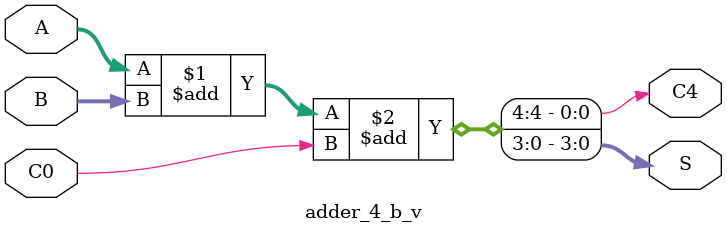
<source format=v>
`timescale 1ns / 1ps
module adder_4_b_v(A, B, C0, S, C4);
	input [3:0] A, B;
	input C0;
	output [3:0] S;
	output C4;
	
	assign {C4, S} = A + B + C0;
endmodule

</source>
